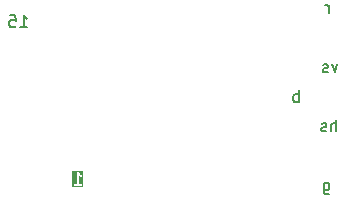
<source format=gbr>
G04 #@! TF.GenerationSoftware,KiCad,Pcbnew,8.0.7*
G04 #@! TF.CreationDate,2025-02-16T23:41:52-07:00*
G04 #@! TF.ProjectId,PC8801mkII VGA,50433838-3031-46d6-9b49-49205647412e,rev?*
G04 #@! TF.SameCoordinates,Original*
G04 #@! TF.FileFunction,Legend,Bot*
G04 #@! TF.FilePolarity,Positive*
%FSLAX46Y46*%
G04 Gerber Fmt 4.6, Leading zero omitted, Abs format (unit mm)*
G04 Created by KiCad (PCBNEW 8.0.7) date 2025-02-16 23:41:52*
%MOMM*%
%LPD*%
G01*
G04 APERTURE LIST*
%ADD10C,0.150000*%
G04 APERTURE END LIST*
D10*
X202228220Y-100286569D02*
X202228220Y-99619902D01*
X202228220Y-99810378D02*
X202180601Y-99715140D01*
X202180601Y-99715140D02*
X202132982Y-99667521D01*
X202132982Y-99667521D02*
X202037744Y-99619902D01*
X202037744Y-99619902D02*
X201942506Y-99619902D01*
X202958458Y-104619902D02*
X202720363Y-105286569D01*
X202720363Y-105286569D02*
X202482268Y-104619902D01*
X202148934Y-105238950D02*
X202053696Y-105286569D01*
X202053696Y-105286569D02*
X201863220Y-105286569D01*
X201863220Y-105286569D02*
X201767982Y-105238950D01*
X201767982Y-105238950D02*
X201720363Y-105143711D01*
X201720363Y-105143711D02*
X201720363Y-105096092D01*
X201720363Y-105096092D02*
X201767982Y-105000854D01*
X201767982Y-105000854D02*
X201863220Y-104953235D01*
X201863220Y-104953235D02*
X202006077Y-104953235D01*
X202006077Y-104953235D02*
X202101315Y-104905616D01*
X202101315Y-104905616D02*
X202148934Y-104810378D01*
X202148934Y-104810378D02*
X202148934Y-104762759D01*
X202148934Y-104762759D02*
X202101315Y-104667521D01*
X202101315Y-104667521D02*
X202006077Y-104619902D01*
X202006077Y-104619902D02*
X201863220Y-104619902D01*
X201863220Y-104619902D02*
X201767982Y-104667521D01*
G36*
X181446235Y-114990930D02*
G01*
X180504615Y-114990930D01*
X180504615Y-114790187D01*
X180615726Y-114790187D01*
X180615726Y-114819451D01*
X180626925Y-114846487D01*
X180647617Y-114867179D01*
X180674653Y-114878378D01*
X180689285Y-114879819D01*
X181260713Y-114879819D01*
X181275345Y-114878378D01*
X181302381Y-114867179D01*
X181323073Y-114846487D01*
X181334272Y-114819451D01*
X181334272Y-114790187D01*
X181323073Y-114763151D01*
X181302381Y-114742459D01*
X181275345Y-114731260D01*
X181260713Y-114729819D01*
X181049999Y-114729819D01*
X181049999Y-114033504D01*
X181112442Y-114095947D01*
X181118192Y-114100667D01*
X181119491Y-114102164D01*
X181121745Y-114103583D01*
X181123807Y-114105275D01*
X181125639Y-114106033D01*
X181131934Y-114109996D01*
X181227172Y-114157615D01*
X181240903Y-114162870D01*
X181270093Y-114164944D01*
X181297855Y-114155690D01*
X181319962Y-114136517D01*
X181333050Y-114110342D01*
X181335124Y-114081152D01*
X181325870Y-114053391D01*
X181306697Y-114031283D01*
X181294254Y-114023451D01*
X181209902Y-113981275D01*
X181128521Y-113899894D01*
X181037403Y-113763216D01*
X181037368Y-113763173D01*
X181037359Y-113763151D01*
X181037307Y-113763099D01*
X181028087Y-113751841D01*
X181021917Y-113747709D01*
X181016667Y-113742459D01*
X181009877Y-113739646D01*
X181003772Y-113735558D01*
X180996491Y-113734101D01*
X180989631Y-113731260D01*
X180982283Y-113731260D01*
X180975078Y-113729819D01*
X180967794Y-113731260D01*
X180960367Y-113731260D01*
X180953578Y-113734072D01*
X180946370Y-113735498D01*
X180940191Y-113739617D01*
X180933331Y-113742459D01*
X180928135Y-113747654D01*
X180922021Y-113751731D01*
X180917889Y-113757900D01*
X180912639Y-113763151D01*
X180909826Y-113769940D01*
X180905738Y-113776046D01*
X180904281Y-113783326D01*
X180901440Y-113790187D01*
X180900014Y-113804663D01*
X180899999Y-113804740D01*
X180900004Y-113804766D01*
X180899999Y-113804819D01*
X180899999Y-114729819D01*
X180689285Y-114729819D01*
X180674653Y-114731260D01*
X180647617Y-114742459D01*
X180626925Y-114763151D01*
X180615726Y-114790187D01*
X180504615Y-114790187D01*
X180504615Y-113618708D01*
X181446235Y-113618708D01*
X181446235Y-114990930D01*
G37*
X201799649Y-114619902D02*
X201799649Y-115429426D01*
X201799649Y-115429426D02*
X201847268Y-115524664D01*
X201847268Y-115524664D02*
X201894887Y-115572283D01*
X201894887Y-115572283D02*
X201990125Y-115619902D01*
X201990125Y-115619902D02*
X202132982Y-115619902D01*
X202132982Y-115619902D02*
X202228220Y-115572283D01*
X201799649Y-115238950D02*
X201894887Y-115286569D01*
X201894887Y-115286569D02*
X202085363Y-115286569D01*
X202085363Y-115286569D02*
X202180601Y-115238950D01*
X202180601Y-115238950D02*
X202228220Y-115191330D01*
X202228220Y-115191330D02*
X202275839Y-115096092D01*
X202275839Y-115096092D02*
X202275839Y-114810378D01*
X202275839Y-114810378D02*
X202228220Y-114715140D01*
X202228220Y-114715140D02*
X202180601Y-114667521D01*
X202180601Y-114667521D02*
X202085363Y-114619902D01*
X202085363Y-114619902D02*
X201894887Y-114619902D01*
X201894887Y-114619902D02*
X201799649Y-114667521D01*
X176111792Y-101469819D02*
X176683220Y-101469819D01*
X176397506Y-101469819D02*
X176397506Y-100469819D01*
X176397506Y-100469819D02*
X176492744Y-100612676D01*
X176492744Y-100612676D02*
X176587982Y-100707914D01*
X176587982Y-100707914D02*
X176683220Y-100755533D01*
X175207030Y-100469819D02*
X175683220Y-100469819D01*
X175683220Y-100469819D02*
X175730839Y-100946009D01*
X175730839Y-100946009D02*
X175683220Y-100898390D01*
X175683220Y-100898390D02*
X175587982Y-100850771D01*
X175587982Y-100850771D02*
X175349887Y-100850771D01*
X175349887Y-100850771D02*
X175254649Y-100898390D01*
X175254649Y-100898390D02*
X175207030Y-100946009D01*
X175207030Y-100946009D02*
X175159411Y-101041247D01*
X175159411Y-101041247D02*
X175159411Y-101279342D01*
X175159411Y-101279342D02*
X175207030Y-101374580D01*
X175207030Y-101374580D02*
X175254649Y-101422200D01*
X175254649Y-101422200D02*
X175349887Y-101469819D01*
X175349887Y-101469819D02*
X175587982Y-101469819D01*
X175587982Y-101469819D02*
X175683220Y-101422200D01*
X175683220Y-101422200D02*
X175730839Y-101374580D01*
X199688220Y-107819819D02*
X199688220Y-106819819D01*
X199688220Y-107200771D02*
X199592982Y-107153152D01*
X199592982Y-107153152D02*
X199402506Y-107153152D01*
X199402506Y-107153152D02*
X199307268Y-107200771D01*
X199307268Y-107200771D02*
X199259649Y-107248390D01*
X199259649Y-107248390D02*
X199212030Y-107343628D01*
X199212030Y-107343628D02*
X199212030Y-107629342D01*
X199212030Y-107629342D02*
X199259649Y-107724580D01*
X199259649Y-107724580D02*
X199307268Y-107772200D01*
X199307268Y-107772200D02*
X199402506Y-107819819D01*
X199402506Y-107819819D02*
X199592982Y-107819819D01*
X199592982Y-107819819D02*
X199688220Y-107772200D01*
X202863220Y-110286569D02*
X202863220Y-109286569D01*
X202434649Y-110286569D02*
X202434649Y-109762759D01*
X202434649Y-109762759D02*
X202482268Y-109667521D01*
X202482268Y-109667521D02*
X202577506Y-109619902D01*
X202577506Y-109619902D02*
X202720363Y-109619902D01*
X202720363Y-109619902D02*
X202815601Y-109667521D01*
X202815601Y-109667521D02*
X202863220Y-109715140D01*
X202006077Y-110238950D02*
X201910839Y-110286569D01*
X201910839Y-110286569D02*
X201720363Y-110286569D01*
X201720363Y-110286569D02*
X201625125Y-110238950D01*
X201625125Y-110238950D02*
X201577506Y-110143711D01*
X201577506Y-110143711D02*
X201577506Y-110096092D01*
X201577506Y-110096092D02*
X201625125Y-110000854D01*
X201625125Y-110000854D02*
X201720363Y-109953235D01*
X201720363Y-109953235D02*
X201863220Y-109953235D01*
X201863220Y-109953235D02*
X201958458Y-109905616D01*
X201958458Y-109905616D02*
X202006077Y-109810378D01*
X202006077Y-109810378D02*
X202006077Y-109762759D01*
X202006077Y-109762759D02*
X201958458Y-109667521D01*
X201958458Y-109667521D02*
X201863220Y-109619902D01*
X201863220Y-109619902D02*
X201720363Y-109619902D01*
X201720363Y-109619902D02*
X201625125Y-109667521D01*
M02*

</source>
